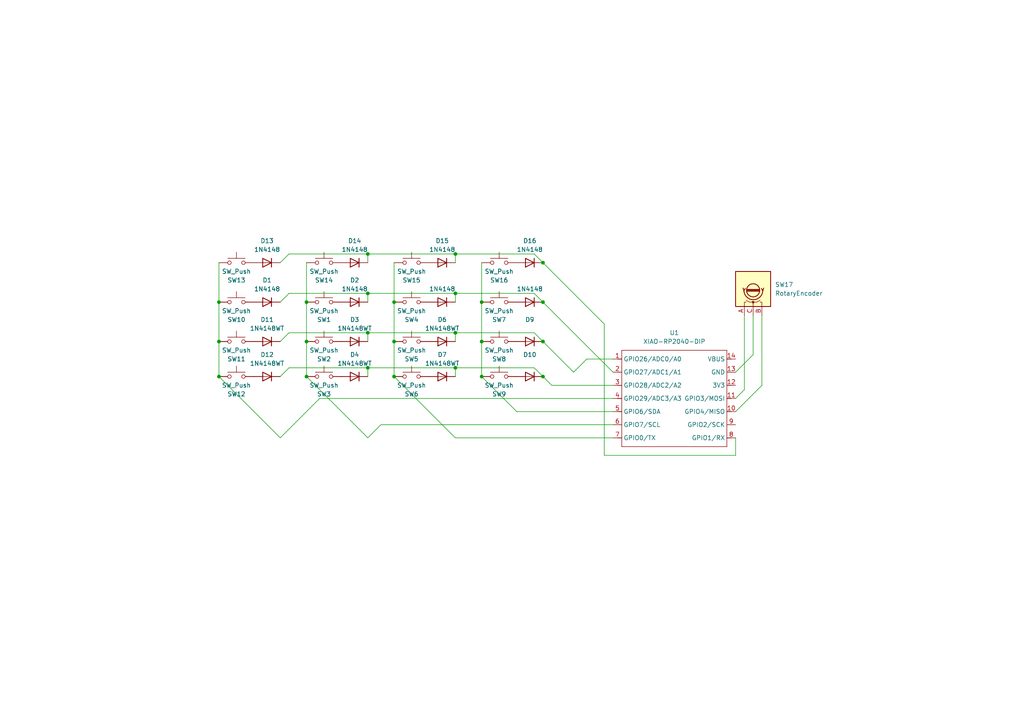
<source format=kicad_sch>
(kicad_sch (version 20250114) (generator "eeschema") (generator_version "9.0")
  (paper "A4")
  (lib_symbols
    (symbol "Device:RotaryEncoder" (pin_names (offset 0.254) (hide yes))
      (property "Reference" "SW" (at 0 6.604 0))
      (property "Value" "RotaryEncoder" (at 0 -6.604 0))
      (symbol "RotaryEncoder_0_1"
        (rectangle (start -5.08 5.08) (end 5.08 -5.08) (stroke (width 0.254)) (fill (type background)))
        (polyline (pts (xy -5.08 2.54) (xy -3.81 2.54) (xy -3.81 2.032)))
        (polyline (pts (xy -5.08 0) (xy -3.81 0) (xy -3.81 -1.016) (xy -3.302 -2.032)))
        (polyline (pts (xy -5.08 -2.54) (xy -3.81 -2.54) (xy -3.81 -2.032)))
        (polyline (pts (xy -4.318 0) (xy -3.81 0) (xy -3.81 1.016) (xy -3.302 2.032)))
        (circle (center -3.81 0) (radius 0.254) (fill (type outline)))
        (polyline (pts (xy -0.635 -1.778) (xy -0.635 1.778)) (stroke (width 0.254)))
        (circle (center -0.381 0) (radius 1.905) (stroke (width 0.254)))
        (polyline (pts (xy -0.381 -1.778) (xy -0.381 1.778)) (stroke (width 0.254)))
        (arc (start -0.381 -2.794) (mid -3.0988 -0.0635) (end -0.381 2.667) (stroke (width 0.254)))
        (polyline (pts (xy -0.127 1.778) (xy -0.127 -1.778)) (stroke (width 0.254)))
        (polyline (pts (xy 0.254 2.921) (xy -0.508 2.667) (xy 0.127 2.286)) (stroke (width 0.254)))
        (polyline (pts (xy 0.254 -3.048) (xy -0.508 -2.794) (xy 0.127 -2.413)) (stroke (width 0.254)))
      )
      (symbol "RotaryEncoder_1_1"
        (pin passive line (at -7.62 2.54 0) (length 2.54) (name "A") (number "A"))
        (pin passive line (at -7.62 0 0) (length 2.54) (name "C") (number "C"))
        (pin passive line (at -7.62 -2.54 0) (length 2.54) (name "B") (number "B"))
      )
    )
    (symbol "Diode:1N4148" (pin_numbers (hide yes)) (pin_names (hide yes))
      (property "Reference" "D" (at 0 2.54 0))
      (property "Value" "1N4148" (at 0 -2.54 0))
      (symbol "1N4148_0_1"
        (polyline (pts (xy -1.27 1.27) (xy -1.27 -1.27)) (stroke (width 0.254)))
        (polyline (pts (xy 1.27 1.27) (xy 1.27 -1.27) (xy -1.27 0) (xy 1.27 1.27)) (stroke (width 0.254)))
        (polyline (pts (xy 1.27 0) (xy -1.27 0)))
      )
      (symbol "1N4148_1_1"
        (pin passive line (at -3.81 0 0) (length 2.54) (name "K") (number "1"))
        (pin passive line (at 3.81 0 180) (length 2.54) (name "A") (number "2"))
      )
    )
    (symbol "Diode:1N4148WT" (pin_numbers (hide yes)) (pin_names (hide yes))
      (property "Reference" "D" (at 0 2.54 0))
      (property "Value" "1N4148WT" (at 0 -2.54 0))
      (symbol "1N4148WT_0_1"
        (polyline (pts (xy -1.27 1.27) (xy -1.27 -1.27)) (stroke (width 0.254)))
        (polyline (pts (xy 1.27 1.27) (xy 1.27 -1.27) (xy -1.27 0) (xy 1.27 1.27)) (stroke (width 0.254)))
        (polyline (pts (xy 1.27 0) (xy -1.27 0)))
      )
      (symbol "1N4148WT_1_1"
        (pin passive line (at -3.81 0 0) (length 2.54) (name "K") (number "1"))
        (pin passive line (at 3.81 0 180) (length 2.54) (name "A") (number "2"))
      )
    )
    (symbol "Switch:SW_Push" (pin_numbers (hide yes)) (pin_names (offset 1.016) (hide yes))
      (property "Reference" "SW" (at 1.27 2.54 0))
      (property "Value" "SW_Push" (at 0 -1.524 0))
      (symbol "SW_Push_0_1"
        (circle (center -2.032 0) (radius 0.508))
        (polyline (pts (xy 0 1.27) (xy 0 3.048)))
        (circle (center 2.032 0) (radius 0.508))
        (polyline (pts (xy 2.54 1.27) (xy -2.54 1.27)))
        (pin passive line (at -5.08 0 0) (length 2.54) (name "1") (number "1"))
        (pin passive line (at 5.08 0 180) (length 2.54) (name "2") (number "2"))
      )
    )
    (symbol "opl:XIAO-RP2040-DIP"
      (property "Reference" "U" (at 0 0 0))
      (property "Value" "XIAO-RP2040-DIP" (at 5.334 -1.778 0))
      (symbol "XIAO-RP2040-DIP_1_0"
        (polyline (pts (xy -1.27 -2.54) (xy 29.21 -2.54)) (stroke (width 0.1524)))
        (polyline (pts (xy -1.27 -5.08) (xy -2.54 -5.08)) (stroke (width 0.1524)))
        (polyline (pts (xy -1.27 -5.08) (xy -1.27 -2.54)) (stroke (width 0.1524)))
        (polyline (pts (xy -1.27 -8.89) (xy -2.54 -8.89)) (stroke (width 0.1524)))
        (polyline (pts (xy -1.27 -8.89) (xy -1.27 -5.08)) (stroke (width 0.1524)))
        (polyline (pts (xy -1.27 -12.7) (xy -2.54 -12.7)) (stroke (width 0.1524)))
        (polyline (pts (xy -1.27 -12.7) (xy -1.27 -8.89)) (stroke (width 0.1524)))
        (polyline (pts (xy -1.27 -16.51) (xy -2.54 -16.51)) (stroke (width 0.1524)))
        (polyline (pts (xy -1.27 -16.51) (xy -1.27 -12.7)) (stroke (width 0.1524)))
        (polyline (pts (xy -1.27 -20.32) (xy -2.54 -20.32)) (stroke (width 0.1524)))
        (polyline (pts (xy -1.27 -24.13) (xy -2.54 -24.13)) (stroke (width 0.1524)))
        (polyline (pts (xy -1.27 -27.94) (xy -2.54 -27.94)) (stroke (width 0.1524)))
        (polyline (pts (xy -1.27 -30.48) (xy -1.27 -16.51)) (stroke (width 0.1524)))
        (polyline (pts (xy 29.21 -2.54) (xy 29.21 -5.08)) (stroke (width 0.1524)))
        (polyline (pts (xy 29.21 -5.08) (xy 29.21 -8.89)) (stroke (width 0.1524)))
        (polyline (pts (xy 29.21 -8.89) (xy 29.21 -12.7)) (stroke (width 0.1524)))
        (polyline (pts (xy 29.21 -12.7) (xy 29.21 -30.48)) (stroke (width 0.1524)))
        (polyline (pts (xy 29.21 -30.48) (xy -1.27 -30.48)) (stroke (width 0.1524)))
        (polyline (pts (xy 30.48 -5.08) (xy 29.21 -5.08)) (stroke (width 0.1524)))
        (polyline (pts (xy 30.48 -8.89) (xy 29.21 -8.89)) (stroke (width 0.1524)))
        (polyline (pts (xy 30.48 -12.7) (xy 29.21 -12.7)) (stroke (width 0.1524)))
        (polyline (pts (xy 30.48 -16.51) (xy 29.21 -16.51)) (stroke (width 0.1524)))
        (polyline (pts (xy 30.48 -20.32) (xy 29.21 -20.32)) (stroke (width 0.1524)))
        (polyline (pts (xy 30.48 -24.13) (xy 29.21 -24.13)) (stroke (width 0.1524)))
        (polyline (pts (xy 30.48 -27.94) (xy 29.21 -27.94)) (stroke (width 0.1524)))
        (pin passive line (at -3.81 -5.08 0) (length 2.54) (name "GPIO26/ADC0/A0") (number "1"))
        (pin passive line (at -3.81 -8.89 0) (length 2.54) (name "GPIO27/ADC1/A1") (number "2"))
        (pin passive line (at -3.81 -12.7 0) (length 2.54) (name "GPIO28/ADC2/A2") (number "3"))
        (pin passive line (at -3.81 -16.51 0) (length 2.54) (name "GPIO29/ADC3/A3") (number "4"))
        (pin passive line (at -3.81 -20.32 0) (length 2.54) (name "GPIO6/SDA") (number "5"))
        (pin passive line (at -3.81 -24.13 0) (length 2.54) (name "GPIO7/SCL") (number "6"))
        (pin passive line (at -3.81 -27.94 0) (length 2.54) (name "GPIO0/TX") (number "7"))
        (pin passive line (at 31.75 -5.08 180) (length 2.54) (name "VBUS") (number "14"))
        (pin passive line (at 31.75 -8.89 180) (length 2.54) (name "GND") (number "13"))
        (pin passive line (at 31.75 -12.7 180) (length 2.54) (name "3V3") (number "12"))
        (pin passive line (at 31.75 -16.51 180) (length 2.54) (name "GPIO3/MOSI") (number "11"))
        (pin passive line (at 31.75 -20.32 180) (length 2.54) (name "GPIO4/MISO") (number "10"))
        (pin passive line (at 31.75 -24.13 180) (length 2.54) (name "GPIO2/SCK") (number "9"))
        (pin passive line (at 31.75 -27.94 180) (length 2.54) (name "GPIO1/RX") (number "8"))
      )
    )
  )
  (junction (at 139.7 87.63))
  (junction (at 114.3 99.06))
  (junction (at 88.9 99.06))
  (junction (at 139.7 99.06))
  (junction (at 157.48 87.63))
  (junction (at 106.68 96.52))
  (junction (at 114.3 109.22))
  (junction (at 63.5 87.63))
  (junction (at 157.48 76.2))
  (junction (at 106.68 85.09))
  (junction (at 132.08 96.52))
  (junction (at 88.9 109.22))
  (junction (at 139.7 109.22))
  (junction (at 132.08 85.09))
  (junction (at 157.48 109.22))
  (junction (at 132.08 73.66))
  (junction (at 63.5 109.22))
  (junction (at 106.68 73.66))
  (junction (at 157.48 99.06))
  (junction (at 63.5 99.06))
  (junction (at 132.08 106.68))
  (junction (at 106.68 106.68))
  (junction (at 88.9 87.63))
  (junction (at 114.3 87.63))
  (wire (pts (xy 83.82 96.52) (xy 106.68 96.52)))
  (wire (pts (xy 88.9 109.22) (xy 106.68 127)))
  (wire (pts (xy 220.98 111.76) (xy 213.36 119.38)))
  (wire (pts (xy 175.26 93.98) (xy 175.26 132.08)))
  (wire (pts (xy 110.49 123.19) (xy 106.68 127)))
  (wire (pts (xy 132.08 96.52) (xy 132.08 99.06)))
  (wire (pts (xy 63.5 109.22) (xy 81.28 127)))
  (wire (pts (xy 106.68 85.09) (xy 106.68 87.63)))
  (wire (pts (xy 132.08 106.68) (xy 132.08 109.22)))
  (wire (pts (xy 160.02 111.76) (xy 157.48 109.22)))
  (wire (pts (xy 132.08 106.68) (xy 154.94 106.68)))
  (wire (pts (xy 170.18 104.14) (xy 166.37 107.95)))
  (wire (pts (xy 154.94 73.66) (xy 157.48 76.2)))
  (wire (pts (xy 114.3 99.06) (xy 114.3 109.22)))
  (wire (pts (xy 132.08 85.09) (xy 154.94 85.09)))
  (wire (pts (xy 106.68 73.66) (xy 132.08 73.66)))
  (wire (pts (xy 83.82 73.66) (xy 106.68 73.66)))
  (wire (pts (xy 88.9 76.2) (xy 88.9 87.63)))
  (wire (pts (xy 83.82 85.09) (xy 106.68 85.09)))
  (wire (pts (xy 106.68 85.09) (xy 132.08 85.09)))
  (wire (pts (xy 177.8 111.76) (xy 160.02 111.76)))
  (wire (pts (xy 63.5 76.2) (xy 63.5 87.63)))
  (wire (pts (xy 177.8 104.14) (xy 170.18 104.14)))
  (wire (pts (xy 175.26 132.08) (xy 213.36 132.08)))
  (wire (pts (xy 166.37 107.95) (xy 157.48 99.06)))
  (wire (pts (xy 132.08 85.09) (xy 132.08 87.63)))
  (wire (pts (xy 81.28 76.2) (xy 83.82 73.66)))
  (wire (pts (xy 63.5 99.06) (xy 63.5 109.22)))
  (wire (pts (xy 154.94 85.09) (xy 157.48 87.63)))
  (wire (pts (xy 139.7 87.63) (xy 139.7 99.06)))
  (wire (pts (xy 213.36 127) (xy 213.36 132.08)))
  (wire (pts (xy 215.9 91.44) (xy 215.9 113.03)))
  (wire (pts (xy 218.44 91.44) (xy 218.44 102.87)))
  (wire (pts (xy 132.08 96.52) (xy 154.94 96.52)))
  (wire (pts (xy 157.48 87.63) (xy 177.8 107.95)))
  (wire (pts (xy 106.68 106.68) (xy 132.08 106.68)))
  (wire (pts (xy 92.71 115.57) (xy 81.28 127)))
  (wire (pts (xy 63.5 87.63) (xy 63.5 99.06)))
  (wire (pts (xy 88.9 87.63) (xy 88.9 99.06)))
  (wire (pts (xy 215.9 113.03) (xy 213.36 115.57)))
  (wire (pts (xy 114.3 76.2) (xy 114.3 87.63)))
  (wire (pts (xy 92.71 115.57) (xy 177.8 115.57)))
  (wire (pts (xy 177.8 119.38) (xy 149.86 119.38)))
  (wire (pts (xy 177.8 123.19) (xy 110.49 123.19)))
  (wire (pts (xy 114.3 109.22) (xy 132.08 127)))
  (wire (pts (xy 106.68 73.66) (xy 106.68 76.2)))
  (wire (pts (xy 106.68 96.52) (xy 132.08 96.52)))
  (wire (pts (xy 132.08 73.66) (xy 154.94 73.66)))
  (wire (pts (xy 154.94 96.52) (xy 157.48 99.06)))
  (wire (pts (xy 132.08 73.66) (xy 132.08 76.2)))
  (wire (pts (xy 106.68 96.52) (xy 106.68 99.06)))
  (wire (pts (xy 139.7 76.2) (xy 139.7 87.63)))
  (wire (pts (xy 154.94 106.68) (xy 157.48 109.22)))
  (wire (pts (xy 81.28 109.22) (xy 83.82 106.68)))
  (wire (pts (xy 106.68 106.68) (xy 106.68 109.22)))
  (wire (pts (xy 81.28 87.63) (xy 83.82 85.09)))
  (wire (pts (xy 218.44 102.87) (xy 213.36 107.95)))
  (wire (pts (xy 81.28 99.06) (xy 83.82 96.52)))
  (wire (pts (xy 220.98 91.44) (xy 220.98 111.76)))
  (wire (pts (xy 177.8 127) (xy 132.08 127)))
  (wire (pts (xy 149.86 119.38) (xy 139.7 109.22)))
  (wire (pts (xy 157.48 76.2) (xy 175.26 93.98)))
  (wire (pts (xy 139.7 99.06) (xy 139.7 109.22)))
  (wire (pts (xy 114.3 87.63) (xy 114.3 99.06)))
  (wire (pts (xy 88.9 99.06) (xy 88.9 109.22)))
  (wire (pts (xy 83.82 106.68) (xy 106.68 106.68)))
  (symbol (lib_id "Diode:1N4148WT") (at 153.67 109.22 180) (unit 1)
    (property "Reference" "D10" (at 153.67 102.87 0))
    (property "Value" "1N4148WT" (effects (hide yes)))
    (property "Footprint" "Diode_THT:D_DO-35_SOD27_P7.62mm_Horizontal" (effects (hide yes)))
    (property "Datasheet" "https://www.diodes.com/assets/Datasheets/ds30396.pdf" (effects (hide yes)))
    (property "Description" "75V 0.15A Fast switching Diode, SOD-523" (effects (hide yes)))
    (property "Sim.Device" "D" (effects (hide yes)))
    (property "Sim.Pins" "1=K 2=A" (effects (hide yes)))
  )
  (symbol (lib_id "Switch:SW_Push") (at 93.98 109.22 0) (unit 1)
    (property "Reference" "SW3" (at 93.98 114.3 0))
    (property "Value" "SW_Push" (at 93.98 111.76 0))
    (property "Footprint" "Button_Switch_Keyboard:SW_Cherry_MX_1.00u_PCB" (effects (hide yes)))
    (property "Description" "Push button switch, generic, two pins" (effects (hide yes)))
  )
  (symbol (lib_id "Diode:1N4148") (at 128.27 76.2 180) (unit 1)
    (property "Reference" "D15" (at 128.27 69.85 0))
    (property "Value" "1N4148" (at 128.27 72.39 0))
    (property "Footprint" "Diode_THT:D_DO-35_SOD27_P7.62mm_Horizontal" (effects (hide yes)))
    (property "Datasheet" "https://assets.nexperia.com/documents/data-sheet/1N4148_1N4448.pdf" (effects (hide yes)))
    (property "Description" "100V 0.15A standard switching diode, DO-35" (effects (hide yes)))
    (property "Sim.Device" "D" (effects (hide yes)))
    (property "Sim.Pins" "1=K 2=A" (effects (hide yes)))
  )
  (symbol (lib_id "Switch:SW_Push") (at 68.58 87.63 0) (unit 1)
    (property "Reference" "SW10" (at 68.58 92.71 0))
    (property "Value" "SW_Push" (at 68.58 90.17 0))
    (property "Footprint" "Button_Switch_Keyboard:SW_Cherry_MX_1.00u_PCB" (effects (hide yes)))
    (property "Description" "Push button switch, generic, two pins" (effects (hide yes)))
  )
  (symbol (lib_id "Diode:1N4148") (at 77.47 76.2 180) (unit 1)
    (property "Reference" "D13" (at 77.47 69.85 0))
    (property "Value" "1N4148" (at 77.47 72.39 0))
    (property "Footprint" "Diode_THT:D_DO-35_SOD27_P7.62mm_Horizontal" (effects (hide yes)))
    (property "Datasheet" "https://assets.nexperia.com/documents/data-sheet/1N4148_1N4448.pdf" (effects (hide yes)))
    (property "Description" "100V 0.15A standard switching diode, DO-35" (effects (hide yes)))
    (property "Sim.Device" "D" (effects (hide yes)))
    (property "Sim.Pins" "1=K 2=A" (effects (hide yes)))
  )
  (symbol (lib_id "Switch:SW_Push") (at 93.98 99.06 0) (unit 1)
    (property "Reference" "SW2" (at 93.98 104.14 0))
    (property "Value" "SW_Push" (at 93.98 101.6 0))
    (property "Footprint" "Button_Switch_Keyboard:SW_Cherry_MX_1.00u_PCB" (effects (hide yes)))
    (property "Description" "Push button switch, generic, two pins" (effects (hide yes)))
  )
  (symbol (lib_id "Diode:1N4148") (at 128.27 87.63 180) (unit 1)
    (property "Reference" "D5" (effects (hide yes)))
    (property "Value" "1N4148" (at 128.27 83.82 0))
    (property "Footprint" "Diode_THT:D_DO-35_SOD27_P7.62mm_Horizontal" (effects (hide yes)))
    (property "Datasheet" "https://assets.nexperia.com/documents/data-sheet/1N4148_1N4448.pdf" (effects (hide yes)))
    (property "Description" "100V 0.15A standard switching diode, DO-35" (effects (hide yes)))
    (property "Sim.Device" "D" (effects (hide yes)))
    (property "Sim.Pins" "1=K 2=A" (effects (hide yes)))
  )
  (symbol (lib_id "Switch:SW_Push") (at 93.98 87.63 0) (unit 1)
    (property "Reference" "SW1" (at 93.98 92.71 0))
    (property "Value" "SW_Push" (at 93.98 90.17 0))
    (property "Footprint" "Button_Switch_Keyboard:SW_Cherry_MX_1.00u_PCB" (effects (hide yes)))
    (property "Description" "Push button switch, generic, two pins" (effects (hide yes)))
  )
  (symbol (lib_id "Switch:SW_Push") (at 93.98 76.2 0) (unit 1)
    (property "Reference" "SW14" (at 93.98 81.28 0))
    (property "Value" "SW_Push" (at 93.98 78.74 0))
    (property "Footprint" "Button_Switch_Keyboard:SW_Cherry_MX_1.00u_PCB" (effects (hide yes)))
    (property "Description" "Push button switch, generic, two pins" (effects (hide yes)))
  )
  (symbol (lib_id "Diode:1N4148WT") (at 128.27 109.22 180) (unit 1)
    (property "Reference" "D7" (at 128.27 102.87 0))
    (property "Value" "1N4148WT" (at 128.27 105.41 0))
    (property "Footprint" "Diode_THT:D_DO-35_SOD27_P7.62mm_Horizontal" (effects (hide yes)))
    (property "Datasheet" "https://www.diodes.com/assets/Datasheets/ds30396.pdf" (effects (hide yes)))
    (property "Description" "75V 0.15A Fast switching Diode, SOD-523" (effects (hide yes)))
    (property "Sim.Device" "D" (effects (hide yes)))
    (property "Sim.Pins" "1=K 2=A" (effects (hide yes)))
  )
  (symbol (lib_id "Diode:1N4148") (at 153.67 87.63 180) (unit 1)
    (property "Reference" "D8" (effects (hide yes)))
    (property "Value" "1N4148" (at 153.67 83.82 0))
    (property "Footprint" "Diode_THT:D_DO-35_SOD27_P7.62mm_Horizontal" (effects (hide yes)))
    (property "Datasheet" "https://assets.nexperia.com/documents/data-sheet/1N4148_1N4448.pdf" (effects (hide yes)))
    (property "Description" "100V 0.15A standard switching diode, DO-35" (effects (hide yes)))
    (property "Sim.Device" "D" (effects (hide yes)))
    (property "Sim.Pins" "1=K 2=A" (effects (hide yes)))
  )
  (symbol (lib_id "Switch:SW_Push") (at 144.78 109.22 0) (unit 1)
    (property "Reference" "SW9" (at 144.78 114.3 0))
    (property "Value" "SW_Push" (at 144.78 111.76 0))
    (property "Footprint" "Button_Switch_Keyboard:SW_Cherry_MX_1.00u_PCB" (effects (hide yes)))
    (property "Description" "Push button switch, generic, two pins" (effects (hide yes)))
  )
  (symbol (lib_id "Switch:SW_Push") (at 119.38 87.63 0) (unit 1)
    (property "Reference" "SW4" (at 119.38 92.71 0))
    (property "Value" "SW_Push" (at 119.38 90.17 0))
    (property "Footprint" "Button_Switch_Keyboard:SW_Cherry_MX_1.00u_PCB" (effects (hide yes)))
    (property "Description" "Push button switch, generic, two pins" (effects (hide yes)))
  )
  (symbol (lib_id "Switch:SW_Push") (at 144.78 99.06 0) (unit 1)
    (property "Reference" "SW8" (at 144.78 104.14 0))
    (property "Value" "SW_Push" (at 144.78 101.6 0))
    (property "Footprint" "Button_Switch_Keyboard:SW_Cherry_MX_1.00u_PCB" (effects (hide yes)))
    (property "Description" "Push button switch, generic, two pins" (effects (hide yes)))
  )
  (symbol (lib_id "Switch:SW_Push") (at 119.38 109.22 0) (unit 1)
    (property "Reference" "SW6" (at 119.38 114.3 0))
    (property "Value" "SW_Push" (at 119.38 111.76 0))
    (property "Footprint" "Button_Switch_Keyboard:SW_Cherry_MX_1.00u_PCB" (effects (hide yes)))
    (property "Description" "Push button switch, generic, two pins" (effects (hide yes)))
  )
  (symbol (lib_id "Diode:1N4148WT") (at 102.87 99.06 180) (unit 1)
    (property "Reference" "D3" (at 102.87 92.71 0))
    (property "Value" "1N4148WT" (at 102.87 95.25 0))
    (property "Footprint" "Diode_THT:D_DO-35_SOD27_P7.62mm_Horizontal" (effects (hide yes)))
    (property "Datasheet" "https://www.diodes.com/assets/Datasheets/ds30396.pdf" (effects (hide yes)))
    (property "Description" "75V 0.15A Fast switching Diode, SOD-523" (effects (hide yes)))
    (property "Sim.Device" "D" (effects (hide yes)))
    (property "Sim.Pins" "1=K 2=A" (effects (hide yes)))
  )
  (symbol (lib_id "Switch:SW_Push") (at 68.58 76.2 0) (unit 1)
    (property "Reference" "SW13" (at 68.58 81.28 0))
    (property "Value" "SW_Push" (at 68.58 78.74 0))
    (property "Footprint" "Button_Switch_Keyboard:SW_Cherry_MX_1.00u_PCB" (effects (hide yes)))
    (property "Description" "Push button switch, generic, two pins" (effects (hide yes)))
  )
  (symbol (lib_id "Diode:1N4148WT") (at 128.27 99.06 180) (unit 1)
    (property "Reference" "D6" (at 128.27 92.71 0))
    (property "Value" "1N4148WT" (at 128.27 95.25 0))
    (property "Footprint" "Diode_THT:D_DO-35_SOD27_P7.62mm_Horizontal" (effects (hide yes)))
    (property "Datasheet" "https://www.diodes.com/assets/Datasheets/ds30396.pdf" (effects (hide yes)))
    (property "Description" "75V 0.15A Fast switching Diode, SOD-523" (effects (hide yes)))
    (property "Sim.Device" "D" (effects (hide yes)))
    (property "Sim.Pins" "1=K 2=A" (effects (hide yes)))
  )
  (symbol (lib_id "Diode:1N4148WT") (at 102.87 109.22 180) (unit 1)
    (property "Reference" "D4" (at 102.87 102.87 0))
    (property "Value" "1N4148WT" (at 102.87 105.41 0))
    (property "Footprint" "Diode_THT:D_DO-35_SOD27_P7.62mm_Horizontal" (effects (hide yes)))
    (property "Datasheet" "https://www.diodes.com/assets/Datasheets/ds30396.pdf" (effects (hide yes)))
    (property "Description" "75V 0.15A Fast switching Diode, SOD-523" (effects (hide yes)))
    (property "Sim.Device" "D" (effects (hide yes)))
    (property "Sim.Pins" "1=K 2=A" (effects (hide yes)))
  )
  (symbol (lib_id "Diode:1N4148") (at 153.67 76.2 180) (unit 1)
    (property "Reference" "D16" (at 153.67 69.85 0))
    (property "Value" "1N4148" (at 153.67 72.39 0))
    (property "Footprint" "Diode_THT:D_DO-35_SOD27_P7.62mm_Horizontal" (effects (hide yes)))
    (property "Datasheet" "https://assets.nexperia.com/documents/data-sheet/1N4148_1N4448.pdf" (effects (hide yes)))
    (property "Description" "100V 0.15A standard switching diode, DO-35" (effects (hide yes)))
    (property "Sim.Device" "D" (effects (hide yes)))
    (property "Sim.Pins" "1=K 2=A" (effects (hide yes)))
  )
  (symbol (lib_id "Device:RotaryEncoder") (at 218.44 83.82 90) (unit 1)
    (property "Reference" "SW17" (at 224.79 82.5499 90) (effects (justify right)))
    (property "Value" "RotaryEncoder" (at 224.79 85.0899 90) (effects (justify right)))
    (property "Footprint" "Rotary_Encoder:RotaryEncoder_Alps_EC11E-Switch_Vertical_H20mm" (effects (hide yes)))
    (property "Description" "Rotary encoder, dual channel, incremental quadrate outputs" (effects (hide yes)))
  )
  (symbol (lib_id "opl:XIAO-RP2040-DIP") (at 181.61 99.06 0) (unit 1)
    (property "Reference" "U1" (at 195.58 96.52 0))
    (property "Value" "XIAO-RP2040-DIP" (at 195.58 99.06 0))
    (property "Footprint" "opl:XIAO-RP2040-DIP" (effects (hide yes)))
  )
  (symbol (lib_id "Diode:1N4148") (at 102.87 76.2 180) (unit 1)
    (property "Reference" "D14" (at 102.87 69.85 0))
    (property "Value" "1N4148" (at 102.87 72.39 0))
    (property "Footprint" "Diode_THT:D_DO-35_SOD27_P7.62mm_Horizontal" (effects (hide yes)))
    (property "Datasheet" "https://assets.nexperia.com/documents/data-sheet/1N4148_1N4448.pdf" (effects (hide yes)))
    (property "Description" "100V 0.15A standard switching diode, DO-35" (effects (hide yes)))
    (property "Sim.Device" "D" (effects (hide yes)))
    (property "Sim.Pins" "1=K 2=A" (effects (hide yes)))
  )
  (symbol (lib_id "Diode:1N4148") (at 102.87 87.63 180) (unit 1)
    (property "Reference" "D2" (at 102.87 81.28 0))
    (property "Value" "1N4148" (at 102.87 83.82 0))
    (property "Footprint" "Diode_THT:D_DO-35_SOD27_P7.62mm_Horizontal" (effects (hide yes)))
    (property "Datasheet" "https://assets.nexperia.com/documents/data-sheet/1N4148_1N4448.pdf" (effects (hide yes)))
    (property "Description" "100V 0.15A standard switching diode, DO-35" (effects (hide yes)))
    (property "Sim.Device" "D" (effects (hide yes)))
    (property "Sim.Pins" "1=K 2=A" (effects (hide yes)))
  )
  (symbol (lib_id "Switch:SW_Push") (at 68.58 109.22 0) (unit 1)
    (property "Reference" "SW12" (at 68.58 114.3 0))
    (property "Value" "SW_Push" (at 68.58 111.76 0))
    (property "Footprint" "Button_Switch_Keyboard:SW_Cherry_MX_1.00u_PCB" (effects (hide yes)))
    (property "Description" "Push button switch, generic, two pins" (effects (hide yes)))
  )
  (symbol (lib_id "Diode:1N4148WT") (at 77.47 99.06 180) (unit 1)
    (property "Reference" "D11" (at 77.47 92.71 0))
    (property "Value" "1N4148WT" (at 77.47 95.25 0))
    (property "Footprint" "Diode_THT:D_DO-35_SOD27_P7.62mm_Horizontal" (effects (hide yes)))
    (property "Datasheet" "https://www.diodes.com/assets/Datasheets/ds30396.pdf" (effects (hide yes)))
    (property "Description" "75V 0.15A Fast switching Diode, SOD-523" (effects (hide yes)))
    (property "Sim.Device" "D" (effects (hide yes)))
    (property "Sim.Pins" "1=K 2=A" (effects (hide yes)))
  )
  (symbol (lib_id "Switch:SW_Push") (at 68.58 99.06 0) (unit 1)
    (property "Reference" "SW11" (at 68.58 104.14 0))
    (property "Value" "SW_Push" (at 68.58 101.6 0))
    (property "Footprint" "Button_Switch_Keyboard:SW_Cherry_MX_1.00u_PCB" (effects (hide yes)))
    (property "Description" "Push button switch, generic, two pins" (effects (hide yes)))
  )
  (symbol (lib_id "Switch:SW_Push") (at 119.38 76.2 0) (unit 1)
    (property "Reference" "SW15" (at 119.38 81.28 0))
    (property "Value" "SW_Push" (at 119.38 78.74 0))
    (property "Footprint" "Button_Switch_Keyboard:SW_Cherry_MX_1.00u_PCB" (effects (hide yes)))
    (property "Description" "Push button switch, generic, two pins" (effects (hide yes)))
  )
  (symbol (lib_id "Switch:SW_Push") (at 119.38 99.06 0) (unit 1)
    (property "Reference" "SW5" (at 119.38 104.14 0))
    (property "Value" "SW_Push" (at 119.38 101.6 0))
    (property "Footprint" "Button_Switch_Keyboard:SW_Cherry_MX_1.00u_PCB" (effects (hide yes)))
    (property "Description" "Push button switch, generic, two pins" (effects (hide yes)))
  )
  (symbol (lib_id "Diode:1N4148") (at 77.47 87.63 180) (unit 1)
    (property "Reference" "D1" (at 77.47 81.28 0))
    (property "Value" "1N4148" (at 77.47 83.82 0))
    (property "Footprint" "Diode_THT:D_DO-35_SOD27_P7.62mm_Horizontal" (effects (hide yes)))
    (property "Datasheet" "https://assets.nexperia.com/documents/data-sheet/1N4148_1N4448.pdf" (effects (hide yes)))
    (property "Description" "100V 0.15A standard switching diode, DO-35" (effects (hide yes)))
    (property "Sim.Device" "D" (effects (hide yes)))
    (property "Sim.Pins" "1=K 2=A" (effects (hide yes)))
  )
  (symbol (lib_id "Switch:SW_Push") (at 144.78 76.2 0) (unit 1)
    (property "Reference" "SW16" (at 144.78 81.28 0))
    (property "Value" "SW_Push" (at 144.78 78.74 0))
    (property "Footprint" "Button_Switch_Keyboard:SW_Cherry_MX_1.00u_PCB" (effects (hide yes)))
    (property "Description" "Push button switch, generic, two pins" (effects (hide yes)))
  )
  (symbol (lib_id "Switch:SW_Push") (at 144.78 87.63 0) (unit 1)
    (property "Reference" "SW7" (at 144.78 92.71 0))
    (property "Value" "SW_Push" (at 144.78 90.17 0))
    (property "Footprint" "Button_Switch_Keyboard:SW_Cherry_MX_1.00u_PCB" (effects (hide yes)))
    (property "Description" "Push button switch, generic, two pins" (effects (hide yes)))
  )
  (symbol (lib_id "Diode:1N4148WT") (at 153.67 99.06 180) (unit 1)
    (property "Reference" "D9" (at 153.67 92.71 0))
    (property "Value" "1N4148WT" (effects (hide yes)))
    (property "Footprint" "Diode_THT:D_DO-35_SOD27_P7.62mm_Horizontal" (effects (hide yes)))
    (property "Datasheet" "https://www.diodes.com/assets/Datasheets/ds30396.pdf" (effects (hide yes)))
    (property "Description" "75V 0.15A Fast switching Diode, SOD-523" (effects (hide yes)))
    (property "Sim.Device" "D" (effects (hide yes)))
    (property "Sim.Pins" "1=K 2=A" (effects (hide yes)))
  )
  (symbol (lib_id "Diode:1N4148WT") (at 77.47 109.22 180) (unit 1)
    (property "Reference" "D12" (at 77.47 102.87 0))
    (property "Value" "1N4148WT" (at 77.47 105.41 0))
    (property "Footprint" "Diode_THT:D_DO-35_SOD27_P7.62mm_Horizontal" (effects (hide yes)))
    (property "Datasheet" "https://www.diodes.com/assets/Datasheets/ds30396.pdf" (effects (hide yes)))
    (property "Description" "75V 0.15A Fast switching Diode, SOD-523" (effects (hide yes)))
    (property "Sim.Device" "D" (effects (hide yes)))
    (property "Sim.Pins" "1=K 2=A" (effects (hide yes)))
  )
)
</source>
